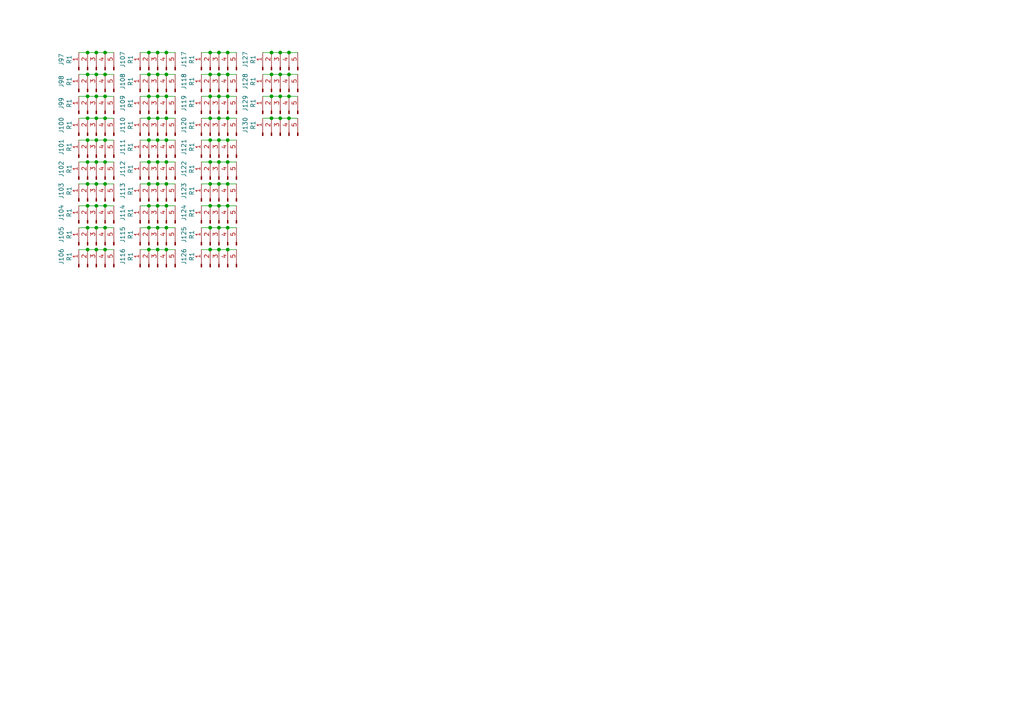
<source format=kicad_sch>
(kicad_sch (version 20231120) (generator "eeschema") (generator_version "8.0")
  (paper "A4")
  (lib_symbols
    (symbol "Connector:Conn_01x05_Pin" (pin_names (offset 1.016) hide)
      (property "Reference" "J" (at 0 7.62 0))
      (property "Value" "Conn_01x05_Pin" (at 0 -7.62 0))
      (symbol "Conn_01x05_Pin_1_1"
        (polyline (pts (xy 1.27 -5.08) (xy 0.8636 -5.08)) (stroke (width 0.1524)))
        (polyline (pts (xy 1.27 -2.54) (xy 0.8636 -2.54)) (stroke (width 0.1524)))
        (polyline (pts (xy 1.27 0) (xy 0.8636 0)) (stroke (width 0.1524)))
        (polyline (pts (xy 1.27 2.54) (xy 0.8636 2.54)) (stroke (width 0.1524)))
        (polyline (pts (xy 1.27 5.08) (xy 0.8636 5.08)) (stroke (width 0.1524)))
        (rectangle (start 0.8636 -4.953) (end 0 -5.207) (stroke (width 0.1524)) (fill (type outline)))
        (rectangle (start 0.8636 -2.413) (end 0 -2.667) (stroke (width 0.1524)) (fill (type outline)))
        (rectangle (start 0.8636 0.127) (end 0 -0.127) (stroke (width 0.1524)) (fill (type outline)))
        (rectangle (start 0.8636 2.667) (end 0 2.413) (stroke (width 0.1524)) (fill (type outline)))
        (rectangle (start 0.8636 5.207) (end 0 4.953) (stroke (width 0.1524)) (fill (type outline)))
        (pin passive line (at 5.08 5.08 180) (length 3.81) (name "Pin_1") (number "1"))
        (pin passive line (at 5.08 2.54 180) (length 3.81) (name "Pin_2") (number "2"))
        (pin passive line (at 5.08 0 180) (length 3.81) (name "Pin_3") (number "3"))
        (pin passive line (at 5.08 -2.54 180) (length 3.81) (name "Pin_4") (number "4"))
        (pin passive line (at 5.08 -5.08 180) (length 3.81) (name "Pin_5") (number "5"))
      )
    )
  )
  (junction (at 25.4 66.04))
  (junction (at 83.82 34.29))
  (junction (at 30.48 27.94))
  (junction (at 48.26 72.39))
  (junction (at 60.96 66.04))
  (junction (at 66.04 34.29))
  (junction (at 66.04 59.69))
  (junction (at 60.96 27.94))
  (junction (at 45.72 21.59))
  (junction (at 43.18 59.69))
  (junction (at 60.96 72.39))
  (junction (at 27.94 53.34))
  (junction (at 78.74 27.94))
  (junction (at 27.94 15.24))
  (junction (at 27.94 21.59))
  (junction (at 30.48 15.24))
  (junction (at 63.5 27.94))
  (junction (at 30.48 46.99))
  (junction (at 66.04 15.24))
  (junction (at 48.26 15.24))
  (junction (at 48.26 40.64))
  (junction (at 48.26 59.69))
  (junction (at 25.4 40.64))
  (junction (at 27.94 27.94))
  (junction (at 60.96 40.64))
  (junction (at 25.4 53.34))
  (junction (at 43.18 72.39))
  (junction (at 30.48 34.29))
  (junction (at 25.4 34.29))
  (junction (at 43.18 46.99))
  (junction (at 45.72 46.99))
  (junction (at 43.18 21.59))
  (junction (at 81.28 34.29))
  (junction (at 45.72 15.24))
  (junction (at 81.28 21.59))
  (junction (at 48.26 34.29))
  (junction (at 60.96 21.59))
  (junction (at 27.94 72.39))
  (junction (at 43.18 66.04))
  (junction (at 30.48 66.04))
  (junction (at 30.48 21.59))
  (junction (at 63.5 53.34))
  (junction (at 43.18 27.94))
  (junction (at 63.5 72.39))
  (junction (at 48.26 21.59))
  (junction (at 43.18 53.34))
  (junction (at 83.82 21.59))
  (junction (at 66.04 46.99))
  (junction (at 27.94 66.04))
  (junction (at 78.74 34.29))
  (junction (at 78.74 21.59))
  (junction (at 27.94 59.69))
  (junction (at 66.04 21.59))
  (junction (at 30.48 72.39))
  (junction (at 45.72 34.29))
  (junction (at 81.28 15.24))
  (junction (at 60.96 53.34))
  (junction (at 25.4 15.24))
  (junction (at 43.18 34.29))
  (junction (at 83.82 27.94))
  (junction (at 45.72 66.04))
  (junction (at 45.72 59.69))
  (junction (at 48.26 53.34))
  (junction (at 60.96 34.29))
  (junction (at 66.04 53.34))
  (junction (at 48.26 27.94))
  (junction (at 45.72 27.94))
  (junction (at 30.48 53.34))
  (junction (at 25.4 46.99))
  (junction (at 45.72 72.39))
  (junction (at 45.72 40.64))
  (junction (at 63.5 46.99))
  (junction (at 63.5 34.29))
  (junction (at 83.82 15.24))
  (junction (at 27.94 40.64))
  (junction (at 63.5 59.69))
  (junction (at 66.04 72.39))
  (junction (at 45.72 53.34))
  (junction (at 63.5 40.64))
  (junction (at 25.4 27.94))
  (junction (at 60.96 46.99))
  (junction (at 30.48 40.64))
  (junction (at 48.26 66.04))
  (junction (at 43.18 40.64))
  (junction (at 66.04 40.64))
  (junction (at 27.94 46.99))
  (junction (at 60.96 15.24))
  (junction (at 27.94 34.29))
  (junction (at 63.5 66.04))
  (junction (at 66.04 66.04))
  (junction (at 60.96 59.69))
  (junction (at 25.4 59.69))
  (junction (at 63.5 21.59))
  (junction (at 25.4 21.59))
  (junction (at 30.48 59.69))
  (junction (at 25.4 72.39))
  (junction (at 78.74 15.24))
  (junction (at 43.18 15.24))
  (junction (at 63.5 15.24))
  (junction (at 48.26 46.99))
  (junction (at 66.04 27.94))
  (junction (at 81.28 27.94))
  (wire (pts (xy 60.96 40.64) (xy 63.5 40.64)))
  (wire (pts (xy 22.86 15.24) (xy 25.4 15.24)))
  (wire (pts (xy 60.96 46.99) (xy 63.5 46.99)))
  (wire (pts (xy 43.18 27.94) (xy 45.72 27.94)))
  (wire (pts (xy 43.18 46.99) (xy 45.72 46.99)))
  (wire (pts (xy 63.5 15.24) (xy 66.04 15.24)))
  (wire (pts (xy 40.64 27.94) (xy 43.18 27.94)))
  (wire (pts (xy 48.26 40.64) (xy 50.8 40.64)))
  (wire (pts (xy 30.48 66.04) (xy 33.02 66.04)))
  (wire (pts (xy 27.94 72.39) (xy 30.48 72.39)))
  (wire (pts (xy 25.4 40.64) (xy 27.94 40.64)))
  (wire (pts (xy 48.26 27.94) (xy 50.8 27.94)))
  (wire (pts (xy 78.74 27.94) (xy 81.28 27.94)))
  (wire (pts (xy 45.72 72.39) (xy 48.26 72.39)))
  (wire (pts (xy 66.04 21.59) (xy 68.58 21.59)))
  (wire (pts (xy 63.5 59.69) (xy 66.04 59.69)))
  (wire (pts (xy 76.2 15.24) (xy 78.74 15.24)))
  (wire (pts (xy 66.04 53.34) (xy 68.58 53.34)))
  (wire (pts (xy 30.48 34.29) (xy 33.02 34.29)))
  (wire (pts (xy 66.04 40.64) (xy 68.58 40.64)))
  (wire (pts (xy 63.5 66.04) (xy 66.04 66.04)))
  (wire (pts (xy 45.72 15.24) (xy 48.26 15.24)))
  (wire (pts (xy 63.5 72.39) (xy 66.04 72.39)))
  (wire (pts (xy 25.4 53.34) (xy 27.94 53.34)))
  (wire (pts (xy 22.86 46.99) (xy 25.4 46.99)))
  (wire (pts (xy 25.4 59.69) (xy 27.94 59.69)))
  (wire (pts (xy 45.72 40.64) (xy 48.26 40.64)))
  (wire (pts (xy 58.42 66.04) (xy 60.96 66.04)))
  (wire (pts (xy 78.74 15.24) (xy 81.28 15.24)))
  (wire (pts (xy 43.18 53.34) (xy 45.72 53.34)))
  (wire (pts (xy 66.04 72.39) (xy 68.58 72.39)))
  (wire (pts (xy 48.26 34.29) (xy 50.8 34.29)))
  (wire (pts (xy 30.48 21.59) (xy 33.02 21.59)))
  (wire (pts (xy 63.5 27.94) (xy 66.04 27.94)))
  (wire (pts (xy 76.2 27.94) (xy 78.74 27.94)))
  (wire (pts (xy 27.94 40.64) (xy 30.48 40.64)))
  (wire (pts (xy 22.86 27.94) (xy 25.4 27.94)))
  (wire (pts (xy 63.5 21.59) (xy 66.04 21.59)))
  (wire (pts (xy 48.26 46.99) (xy 50.8 46.99)))
  (wire (pts (xy 27.94 46.99) (xy 30.48 46.99)))
  (wire (pts (xy 78.74 34.29) (xy 81.28 34.29)))
  (wire (pts (xy 58.42 21.59) (xy 60.96 21.59)))
  (wire (pts (xy 43.18 40.64) (xy 45.72 40.64)))
  (wire (pts (xy 66.04 46.99) (xy 68.58 46.99)))
  (wire (pts (xy 25.4 15.24) (xy 27.94 15.24)))
  (wire (pts (xy 60.96 53.34) (xy 63.5 53.34)))
  (wire (pts (xy 83.82 15.24) (xy 86.36 15.24)))
  (wire (pts (xy 60.96 21.59) (xy 63.5 21.59)))
  (wire (pts (xy 83.82 21.59) (xy 86.36 21.59)))
  (wire (pts (xy 66.04 59.69) (xy 68.58 59.69)))
  (wire (pts (xy 27.94 34.29) (xy 30.48 34.29)))
  (wire (pts (xy 22.86 66.04) (xy 25.4 66.04)))
  (wire (pts (xy 40.64 15.24) (xy 43.18 15.24)))
  (wire (pts (xy 27.94 59.69) (xy 30.48 59.69)))
  (wire (pts (xy 58.42 15.24) (xy 60.96 15.24)))
  (wire (pts (xy 22.86 53.34) (xy 25.4 53.34)))
  (wire (pts (xy 48.26 53.34) (xy 50.8 53.34)))
  (wire (pts (xy 43.18 15.24) (xy 45.72 15.24)))
  (wire (pts (xy 66.04 66.04) (xy 68.58 66.04)))
  (wire (pts (xy 48.26 15.24) (xy 50.8 15.24)))
  (wire (pts (xy 22.86 34.29) (xy 25.4 34.29)))
  (wire (pts (xy 27.94 66.04) (xy 30.48 66.04)))
  (wire (pts (xy 58.42 72.39) (xy 60.96 72.39)))
  (wire (pts (xy 45.72 27.94) (xy 48.26 27.94)))
  (wire (pts (xy 63.5 40.64) (xy 66.04 40.64)))
  (wire (pts (xy 58.42 27.94) (xy 60.96 27.94)))
  (wire (pts (xy 40.64 66.04) (xy 43.18 66.04)))
  (wire (pts (xy 43.18 34.29) (xy 45.72 34.29)))
  (wire (pts (xy 43.18 66.04) (xy 45.72 66.04)))
  (wire (pts (xy 81.28 27.94) (xy 83.82 27.94)))
  (wire (pts (xy 40.64 40.64) (xy 43.18 40.64)))
  (wire (pts (xy 25.4 66.04) (xy 27.94 66.04)))
  (wire (pts (xy 30.48 59.69) (xy 33.02 59.69)))
  (wire (pts (xy 81.28 15.24) (xy 83.82 15.24)))
  (wire (pts (xy 45.72 53.34) (xy 48.26 53.34)))
  (wire (pts (xy 83.82 34.29) (xy 86.36 34.29)))
  (wire (pts (xy 83.82 27.94) (xy 86.36 27.94)))
  (wire (pts (xy 63.5 34.29) (xy 66.04 34.29)))
  (wire (pts (xy 40.64 72.39) (xy 43.18 72.39)))
  (wire (pts (xy 76.2 21.59) (xy 78.74 21.59)))
  (wire (pts (xy 40.64 59.69) (xy 43.18 59.69)))
  (wire (pts (xy 25.4 21.59) (xy 27.94 21.59)))
  (wire (pts (xy 43.18 21.59) (xy 45.72 21.59)))
  (wire (pts (xy 25.4 27.94) (xy 27.94 27.94)))
  (wire (pts (xy 45.72 21.59) (xy 48.26 21.59)))
  (wire (pts (xy 40.64 34.29) (xy 43.18 34.29)))
  (wire (pts (xy 60.96 66.04) (xy 63.5 66.04)))
  (wire (pts (xy 30.48 72.39) (xy 33.02 72.39)))
  (wire (pts (xy 60.96 59.69) (xy 63.5 59.69)))
  (wire (pts (xy 40.64 53.34) (xy 43.18 53.34)))
  (wire (pts (xy 30.48 27.94) (xy 33.02 27.94)))
  (wire (pts (xy 30.48 40.64) (xy 33.02 40.64)))
  (wire (pts (xy 45.72 34.29) (xy 48.26 34.29)))
  (wire (pts (xy 30.48 15.24) (xy 33.02 15.24)))
  (wire (pts (xy 25.4 34.29) (xy 27.94 34.29)))
  (wire (pts (xy 81.28 34.29) (xy 83.82 34.29)))
  (wire (pts (xy 63.5 53.34) (xy 66.04 53.34)))
  (wire (pts (xy 27.94 53.34) (xy 30.48 53.34)))
  (wire (pts (xy 78.74 21.59) (xy 81.28 21.59)))
  (wire (pts (xy 60.96 34.29) (xy 63.5 34.29)))
  (wire (pts (xy 66.04 34.29) (xy 68.58 34.29)))
  (wire (pts (xy 66.04 27.94) (xy 68.58 27.94)))
  (wire (pts (xy 48.26 72.39) (xy 50.8 72.39)))
  (wire (pts (xy 27.94 27.94) (xy 30.48 27.94)))
  (wire (pts (xy 81.28 21.59) (xy 83.82 21.59)))
  (wire (pts (xy 43.18 59.69) (xy 45.72 59.69)))
  (wire (pts (xy 58.42 40.64) (xy 60.96 40.64)))
  (wire (pts (xy 58.42 59.69) (xy 60.96 59.69)))
  (wire (pts (xy 63.5 46.99) (xy 66.04 46.99)))
  (wire (pts (xy 48.26 21.59) (xy 50.8 21.59)))
  (wire (pts (xy 25.4 46.99) (xy 27.94 46.99)))
  (wire (pts (xy 27.94 15.24) (xy 30.48 15.24)))
  (wire (pts (xy 60.96 15.24) (xy 63.5 15.24)))
  (wire (pts (xy 58.42 34.29) (xy 60.96 34.29)))
  (wire (pts (xy 30.48 46.99) (xy 33.02 46.99)))
  (wire (pts (xy 76.2 34.29) (xy 78.74 34.29)))
  (wire (pts (xy 22.86 72.39) (xy 25.4 72.39)))
  (wire (pts (xy 45.72 46.99) (xy 48.26 46.99)))
  (wire (pts (xy 48.26 66.04) (xy 50.8 66.04)))
  (wire (pts (xy 60.96 72.39) (xy 63.5 72.39)))
  (wire (pts (xy 22.86 21.59) (xy 25.4 21.59)))
  (wire (pts (xy 40.64 46.99) (xy 43.18 46.99)))
  (wire (pts (xy 58.42 46.99) (xy 60.96 46.99)))
  (wire (pts (xy 27.94 21.59) (xy 30.48 21.59)))
  (wire (pts (xy 25.4 72.39) (xy 27.94 72.39)))
  (wire (pts (xy 45.72 66.04) (xy 48.26 66.04)))
  (wire (pts (xy 22.86 40.64) (xy 25.4 40.64)))
  (wire (pts (xy 45.72 59.69) (xy 48.26 59.69)))
  (wire (pts (xy 30.48 53.34) (xy 33.02 53.34)))
  (wire (pts (xy 58.42 53.34) (xy 60.96 53.34)))
  (wire (pts (xy 66.04 15.24) (xy 68.58 15.24)))
  (wire (pts (xy 40.64 21.59) (xy 43.18 21.59)))
  (wire (pts (xy 22.86 59.69) (xy 25.4 59.69)))
  (wire (pts (xy 43.18 72.39) (xy 45.72 72.39)))
  (wire (pts (xy 60.96 27.94) (xy 63.5 27.94)))
  (wire (pts (xy 48.26 59.69) (xy 50.8 59.69)))
  (symbol (lib_id "Connector:Conn_01x05_Pin") (at 63.5 58.42 90) (unit 1)
    (property "Reference" "J123" (at 53.34 55.372 0))
    (property "Value" "R1" (at 55.626 55.372 0))
    (property "Footprint" "diy-nabra:R5_BB" (effects (hide yes)))
    (property "Description" "Generic connector, single row, 01x05, script generated" (effects (hide yes)))
  )
  (symbol (lib_id "Connector:Conn_01x05_Pin") (at 27.94 33.02 90) (unit 1)
    (property "Reference" "J99" (at 17.78 29.972 0))
    (property "Value" "R1" (at 20.066 29.972 0))
    (property "Footprint" "diy-nabra:R5_BB" (effects (hide yes)))
    (property "Description" "Generic connector, single row, 01x05, script generated" (effects (hide yes)))
  )
  (symbol (lib_id "Connector:Conn_01x05_Pin") (at 45.72 39.37 90) (unit 1)
    (property "Reference" "J110" (at 35.56 36.322 0))
    (property "Value" "R1" (at 37.846 36.322 0))
    (property "Footprint" "diy-nabra:R5_BB" (effects (hide yes)))
    (property "Description" "Generic connector, single row, 01x05, script generated" (effects (hide yes)))
  )
  (symbol (lib_id "Connector:Conn_01x05_Pin") (at 81.28 20.32 90) (unit 1)
    (property "Reference" "J127" (at 71.12 17.272 0))
    (property "Value" "R1" (at 73.406 17.272 0))
    (property "Footprint" "diy-nabra:R5_BB" (effects (hide yes)))
    (property "Description" "Generic connector, single row, 01x05, script generated" (effects (hide yes)))
  )
  (symbol (lib_id "Connector:Conn_01x05_Pin") (at 63.5 52.07 90) (unit 1)
    (property "Reference" "J122" (at 53.34 49.022 0))
    (property "Value" "R1" (at 55.626 49.022 0))
    (property "Footprint" "diy-nabra:R5_BB" (effects (hide yes)))
    (property "Description" "Generic connector, single row, 01x05, script generated" (effects (hide yes)))
  )
  (symbol (lib_id "Connector:Conn_01x05_Pin") (at 63.5 64.77 90) (unit 1)
    (property "Reference" "J124" (at 53.34 61.722 0))
    (property "Value" "R1" (at 55.626 61.722 0))
    (property "Footprint" "diy-nabra:R5_BB" (effects (hide yes)))
    (property "Description" "Generic connector, single row, 01x05, script generated" (effects (hide yes)))
  )
  (symbol (lib_id "Connector:Conn_01x05_Pin") (at 45.72 64.77 90) (unit 1)
    (property "Reference" "J114" (at 35.56 61.722 0))
    (property "Value" "R1" (at 37.846 61.722 0))
    (property "Footprint" "diy-nabra:R5_BB" (effects (hide yes)))
    (property "Description" "Generic connector, single row, 01x05, script generated" (effects (hide yes)))
  )
  (symbol (lib_id "Connector:Conn_01x05_Pin") (at 45.72 26.67 90) (unit 1)
    (property "Reference" "J108" (at 35.56 23.622 0))
    (property "Value" "R1" (at 37.846 23.622 0))
    (property "Footprint" "diy-nabra:R5_BB" (effects (hide yes)))
    (property "Description" "Generic connector, single row, 01x05, script generated" (effects (hide yes)))
  )
  (symbol (lib_id "Connector:Conn_01x05_Pin") (at 27.94 71.12 90) (unit 1)
    (property "Reference" "J105" (at 17.78 68.072 0))
    (property "Value" "R1" (at 20.066 68.072 0))
    (property "Footprint" "diy-nabra:R5_BB" (effects (hide yes)))
    (property "Description" "Generic connector, single row, 01x05, script generated" (effects (hide yes)))
  )
  (symbol (lib_id "Connector:Conn_01x05_Pin") (at 27.94 64.77 90) (unit 1)
    (property "Reference" "J104" (at 17.78 61.722 0))
    (property "Value" "R1" (at 20.066 61.722 0))
    (property "Footprint" "diy-nabra:R5_BB" (effects (hide yes)))
    (property "Description" "Generic connector, single row, 01x05, script generated" (effects (hide yes)))
  )
  (symbol (lib_id "Connector:Conn_01x05_Pin") (at 27.94 45.72 90) (unit 1)
    (property "Reference" "J101" (at 17.78 42.672 0))
    (property "Value" "R1" (at 20.066 42.672 0))
    (property "Footprint" "diy-nabra:R5_BB" (effects (hide yes)))
    (property "Description" "Generic connector, single row, 01x05, script generated" (effects (hide yes)))
  )
  (symbol (lib_id "Connector:Conn_01x05_Pin") (at 45.72 33.02 90) (unit 1)
    (property "Reference" "J109" (at 35.56 29.972 0))
    (property "Value" "R1" (at 37.846 29.972 0))
    (property "Footprint" "diy-nabra:R5_BB" (effects (hide yes)))
    (property "Description" "Generic connector, single row, 01x05, script generated" (effects (hide yes)))
  )
  (symbol (lib_id "Connector:Conn_01x05_Pin") (at 63.5 39.37 90) (unit 1)
    (property "Reference" "J120" (at 53.34 36.322 0))
    (property "Value" "R1" (at 55.626 36.322 0))
    (property "Footprint" "diy-nabra:R5_BB" (effects (hide yes)))
    (property "Description" "Generic connector, single row, 01x05, script generated" (effects (hide yes)))
  )
  (symbol (lib_id "Connector:Conn_01x05_Pin") (at 63.5 77.47 90) (unit 1)
    (property "Reference" "J126" (at 53.34 74.422 0))
    (property "Value" "R1" (at 55.626 74.422 0))
    (property "Footprint" "diy-nabra:R5_BB" (effects (hide yes)))
    (property "Description" "Generic connector, single row, 01x05, script generated" (effects (hide yes)))
  )
  (symbol (lib_id "Connector:Conn_01x05_Pin") (at 63.5 71.12 90) (unit 1)
    (property "Reference" "J125" (at 53.34 68.072 0))
    (property "Value" "R1" (at 55.626 68.072 0))
    (property "Footprint" "diy-nabra:R5_BB" (effects (hide yes)))
    (property "Description" "Generic connector, single row, 01x05, script generated" (effects (hide yes)))
  )
  (symbol (lib_id "Connector:Conn_01x05_Pin") (at 45.72 58.42 90) (unit 1)
    (property "Reference" "J113" (at 35.56 55.372 0))
    (property "Value" "R1" (at 37.846 55.372 0))
    (property "Footprint" "diy-nabra:R5_BB" (effects (hide yes)))
    (property "Description" "Generic connector, single row, 01x05, script generated" (effects (hide yes)))
  )
  (symbol (lib_id "Connector:Conn_01x05_Pin") (at 27.94 20.32 90) (unit 1)
    (property "Reference" "J97" (at 17.78 17.272 0))
    (property "Value" "R1" (at 20.066 17.272 0))
    (property "Footprint" "diy-nabra:R5_BB" (effects (hide yes)))
    (property "Description" "Generic connector, single row, 01x05, script generated" (effects (hide yes)))
  )
  (symbol (lib_id "Connector:Conn_01x05_Pin") (at 63.5 33.02 90) (unit 1)
    (property "Reference" "J119" (at 53.34 29.972 0))
    (property "Value" "R1" (at 55.626 29.972 0))
    (property "Footprint" "diy-nabra:R5_BB" (effects (hide yes)))
    (property "Description" "Generic connector, single row, 01x05, script generated" (effects (hide yes)))
  )
  (symbol (lib_id "Connector:Conn_01x05_Pin") (at 45.72 77.47 90) (unit 1)
    (property "Reference" "J116" (at 35.56 74.422 0))
    (property "Value" "R1" (at 37.846 74.422 0))
    (property "Footprint" "diy-nabra:R5_BB" (effects (hide yes)))
    (property "Description" "Generic connector, single row, 01x05, script generated" (effects (hide yes)))
  )
  (symbol (lib_id "Connector:Conn_01x05_Pin") (at 27.94 58.42 90) (unit 1)
    (property "Reference" "J103" (at 17.78 55.372 0))
    (property "Value" "R1" (at 20.066 55.372 0))
    (property "Footprint" "diy-nabra:R5_BB" (effects (hide yes)))
    (property "Description" "Generic connector, single row, 01x05, script generated" (effects (hide yes)))
  )
  (symbol (lib_id "Connector:Conn_01x05_Pin") (at 45.72 20.32 90) (unit 1)
    (property "Reference" "J107" (at 35.56 17.272 0))
    (property "Value" "R1" (at 37.846 17.272 0))
    (property "Footprint" "diy-nabra:R5_BB" (effects (hide yes)))
    (property "Description" "Generic connector, single row, 01x05, script generated" (effects (hide yes)))
  )
  (symbol (lib_id "Connector:Conn_01x05_Pin") (at 63.5 20.32 90) (unit 1)
    (property "Reference" "J117" (at 53.34 17.272 0))
    (property "Value" "R1" (at 55.626 17.272 0))
    (property "Footprint" "diy-nabra:R5_BB" (effects (hide yes)))
    (property "Description" "Generic connector, single row, 01x05, script generated" (effects (hide yes)))
  )
  (symbol (lib_id "Connector:Conn_01x05_Pin") (at 27.94 26.67 90) (unit 1)
    (property "Reference" "J98" (at 17.78 23.622 0))
    (property "Value" "R1" (at 20.066 23.622 0))
    (property "Footprint" "diy-nabra:R5_BB" (effects (hide yes)))
    (property "Description" "Generic connector, single row, 01x05, script generated" (effects (hide yes)))
  )
  (symbol (lib_id "Connector:Conn_01x05_Pin") (at 81.28 33.02 90) (unit 1)
    (property "Reference" "J129" (at 71.12 29.972 0))
    (property "Value" "R1" (at 73.406 29.972 0))
    (property "Footprint" "diy-nabra:R5_BB" (effects (hide yes)))
    (property "Description" "Generic connector, single row, 01x05, script generated" (effects (hide yes)))
  )
  (symbol (lib_id "Connector:Conn_01x05_Pin") (at 81.28 26.67 90) (unit 1)
    (property "Reference" "J128" (at 71.12 23.622 0))
    (property "Value" "R1" (at 73.406 23.622 0))
    (property "Footprint" "diy-nabra:R5_BB" (effects (hide yes)))
    (property "Description" "Generic connector, single row, 01x05, script generated" (effects (hide yes)))
  )
  (symbol (lib_id "Connector:Conn_01x05_Pin") (at 27.94 52.07 90) (unit 1)
    (property "Reference" "J102" (at 17.78 49.022 0))
    (property "Value" "R1" (at 20.066 49.022 0))
    (property "Footprint" "diy-nabra:R5_BB" (effects (hide yes)))
    (property "Description" "Generic connector, single row, 01x05, script generated" (effects (hide yes)))
  )
  (symbol (lib_id "Connector:Conn_01x05_Pin") (at 45.72 45.72 90) (unit 1)
    (property "Reference" "J111" (at 35.56 42.672 0))
    (property "Value" "R1" (at 37.846 42.672 0))
    (property "Footprint" "diy-nabra:R5_BB" (effects (hide yes)))
    (property "Description" "Generic connector, single row, 01x05, script generated" (effects (hide yes)))
  )
  (symbol (lib_id "Connector:Conn_01x05_Pin") (at 45.72 52.07 90) (unit 1)
    (property "Reference" "J112" (at 35.56 49.022 0))
    (property "Value" "R1" (at 37.846 49.022 0))
    (property "Footprint" "diy-nabra:R5_BB" (effects (hide yes)))
    (property "Description" "Generic connector, single row, 01x05, script generated" (effects (hide yes)))
  )
  (symbol (lib_id "Connector:Conn_01x05_Pin") (at 27.94 39.37 90) (unit 1)
    (property "Reference" "J100" (at 17.78 36.322 0))
    (property "Value" "R1" (at 20.066 36.322 0))
    (property "Footprint" "diy-nabra:R5_BB" (effects (hide yes)))
    (property "Description" "Generic connector, single row, 01x05, script generated" (effects (hide yes)))
  )
  (symbol (lib_id "Connector:Conn_01x05_Pin") (at 81.28 39.37 90) (unit 1)
    (property "Reference" "J130" (at 71.12 36.322 0))
    (property "Value" "R1" (at 73.406 36.322 0))
    (property "Footprint" "diy-nabra:R5_BB" (effects (hide yes)))
    (property "Description" "Generic connector, single row, 01x05, script generated" (effects (hide yes)))
  )
  (symbol (lib_id "Connector:Conn_01x05_Pin") (at 63.5 26.67 90) (unit 1)
    (property "Reference" "J118" (at 53.34 23.622 0))
    (property "Value" "R1" (at 55.626 23.622 0))
    (property "Footprint" "diy-nabra:R5_BB" (effects (hide yes)))
    (property "Description" "Generic connector, single row, 01x05, script generated" (effects (hide yes)))
  )
  (symbol (lib_id "Connector:Conn_01x05_Pin") (at 27.94 77.47 90) (unit 1)
    (property "Reference" "J106" (at 17.78 74.422 0))
    (property "Value" "R1" (at 20.066 74.422 0))
    (property "Footprint" "diy-nabra:R5_BB" (effects (hide yes)))
    (property "Description" "Generic connector, single row, 01x05, script generated" (effects (hide yes)))
  )
  (symbol (lib_id "Connector:Conn_01x05_Pin") (at 63.5 45.72 90) (unit 1)
    (property "Reference" "J121" (at 53.34 42.672 0))
    (property "Value" "R1" (at 55.626 42.672 0))
    (property "Footprint" "diy-nabra:R5_BB" (effects (hide yes)))
    (property "Description" "Generic connector, single row, 01x05, script generated" (effects (hide yes)))
  )
  (symbol (lib_id "Connector:Conn_01x05_Pin") (at 45.72 71.12 90) (unit 1)
    (property "Reference" "J115" (at 35.56 68.072 0))
    (property "Value" "R1" (at 37.846 68.072 0))
    (property "Footprint" "diy-nabra:R5_BB" (effects (hide yes)))
    (property "Description" "Generic connector, single row, 01x05, script generated" (effects (hide yes)))
  )
)
</source>
